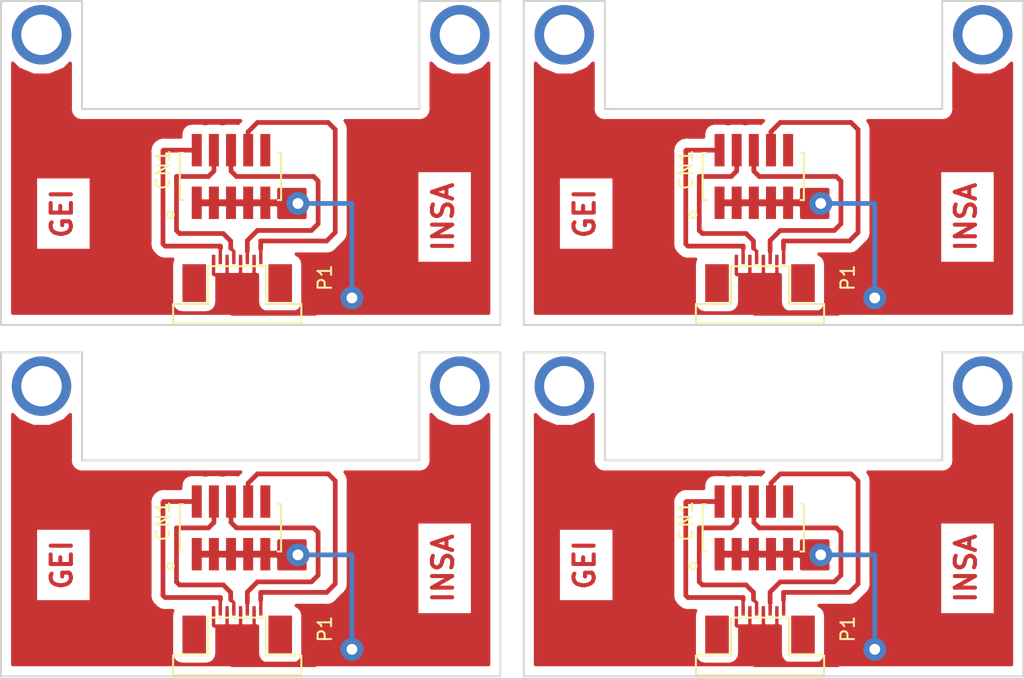
<source format=kicad_pcb>
(kicad_pcb (version 20171130) (host pcbnew 5.0.2-bee76a0~70~ubuntu18.04.1)

  (general
    (thickness 1.6)
    (drawings 40)
    (tracks 244)
    (zones 0)
    (modules 8)
    (nets 7)
  )

  (page A4)
  (layers
    (0 F.Cu signal)
    (31 B.Cu signal)
    (32 B.Adhes user)
    (33 F.Adhes user)
    (34 B.Paste user)
    (35 F.Paste user)
    (36 B.SilkS user)
    (37 F.SilkS user)
    (38 B.Mask user)
    (39 F.Mask user)
    (40 Dwgs.User user)
    (41 Cmts.User user)
    (42 Eco1.User user)
    (43 Eco2.User user)
    (44 Edge.Cuts user)
    (45 Margin user)
    (46 B.CrtYd user)
    (47 F.CrtYd user)
    (48 B.Fab user)
    (49 F.Fab user hide)
  )

  (setup
    (last_trace_width 0.25)
    (user_trace_width 0.25)
    (user_trace_width 0.3)
    (user_trace_width 0.35)
    (user_trace_width 0.4)
    (trace_clearance 0.2)
    (zone_clearance 0.67)
    (zone_45_only no)
    (trace_min 0.2)
    (segment_width 0.2)
    (edge_width 0.15)
    (via_size 0.8)
    (via_drill 0.4)
    (via_min_size 0.4)
    (via_min_drill 0.3)
    (user_via 1.6 0.8)
    (user_via 1.8 1)
    (uvia_size 0.3)
    (uvia_drill 0.1)
    (uvias_allowed no)
    (uvia_min_size 0.2)
    (uvia_min_drill 0.1)
    (pcb_text_width 0.3)
    (pcb_text_size 1.5 1.5)
    (mod_edge_width 0.15)
    (mod_text_size 1 1)
    (mod_text_width 0.15)
    (pad_size 1.524 1.524)
    (pad_drill 0.762)
    (pad_to_mask_clearance 0.051)
    (solder_mask_min_width 0.25)
    (aux_axis_origin 80 90)
    (grid_origin 80 90)
    (visible_elements FFFFFF7F)
    (pcbplotparams
      (layerselection 0x010fc_ffffffff)
      (usegerberextensions false)
      (usegerberattributes false)
      (usegerberadvancedattributes false)
      (creategerberjobfile false)
      (excludeedgelayer true)
      (linewidth 0.100000)
      (plotframeref false)
      (viasonmask false)
      (mode 1)
      (useauxorigin false)
      (hpglpennumber 1)
      (hpglpenspeed 20)
      (hpglpendiameter 15.000000)
      (psnegative false)
      (psa4output false)
      (plotreference true)
      (plotvalue true)
      (plotinvisibletext false)
      (padsonsilk false)
      (subtractmaskfromsilk false)
      (outputformat 1)
      (mirror false)
      (drillshape 1)
      (scaleselection 1)
      (outputdirectory ""))
  )

  (net 0 "")
  (net 1 GND)
  (net 2 VDD)
  (net 3 /CCD_SI)
  (net 4 /CCD_AD)
  (net 5 /CCD_CLK)
  (net 6 "Net-(CN1-Pad10)")

  (net_class Default "Ceci est la Netclass par défaut."
    (clearance 0.2)
    (trace_width 0.25)
    (via_dia 0.8)
    (via_drill 0.4)
    (uvia_dia 0.3)
    (uvia_drill 0.1)
    (add_net /CCD_AD)
    (add_net /CCD_CLK)
    (add_net /CCD_SI)
    (add_net GND)
    (add_net "Net-(CN1-Pad10)")
    (add_net VDD)
  )

  (module Insa:FTSH-10-1.27 (layer F.Cu) (tedit 5C6EB54F) (tstamp 5C73B9B3)
    (at 97 129.035 90)
    (path /5C62E020)
    (fp_text reference CN1 (at 0.5 -5 90) (layer F.SilkS)
      (effects (font (size 1 1) (thickness 0.15)))
    )
    (fp_text value FTR-105-03-G-D-P-TR (at 0.75 5.25 90) (layer F.Fab)
      (effects (font (size 1 1) (thickness 0.15)))
    )
    (fp_line (start -1.75 3.75) (end -1.75 3.5) (layer F.SilkS) (width 0.15))
    (fp_line (start 1.75 3.75) (end 1.75 3.5) (layer F.SilkS) (width 0.15))
    (fp_line (start 1.75 -3.75) (end 1.75 -3.5) (layer F.SilkS) (width 0.15))
    (fp_line (start -1.75 -3.75) (end -1.75 -3.5) (layer F.SilkS) (width 0.15))
    (fp_line (start -1.75 -3.75) (end 1.75 -3.75) (layer F.CrtYd) (width 0.15))
    (fp_line (start -1.75 3.75) (end -1.75 -3.75) (layer F.CrtYd) (width 0.15))
    (fp_line (start 1.75 3.75) (end -1.75 3.75) (layer F.CrtYd) (width 0.15))
    (fp_line (start 1.75 -3.75) (end 1.75 3.75) (layer F.CrtYd) (width 0.15))
    (fp_circle (center -2.834078 -4.457206) (end -2.580078 -4.457206) (layer F.SilkS) (width 0.15))
    (fp_line (start -1.75 -3.75) (end 1.75 -3.75) (layer F.SilkS) (width 0.15))
    (fp_line (start 1.75 3.75) (end -1.75 3.75) (layer F.SilkS) (width 0.15))
    (pad 10 smd rect (at 1.95 2.582794) (size 0.74 2.4) (layers F.Cu F.Paste F.Mask))
    (pad 8 smd rect (at 1.95 1.312794) (size 0.74 2.4) (layers F.Cu F.Paste F.Mask))
    (pad 6 smd rect (at 1.95 0.042794) (size 0.74 2.4) (layers F.Cu F.Paste F.Mask))
    (pad 4 smd rect (at 1.95 -1.227206) (size 0.74 2.4) (layers F.Cu F.Paste F.Mask))
    (pad 2 smd rect (at 1.95 -2.497206) (size 0.74 2.4) (layers F.Cu F.Paste F.Mask))
    (pad 1 smd rect (at -1.95 -2.497206) (size 0.74 2.4) (layers F.Cu F.Paste F.Mask))
    (pad 3 smd rect (at -1.95 -1.227206) (size 0.74 2.4) (layers F.Cu F.Paste F.Mask))
    (pad 9 smd rect (at -1.95 2.582794) (size 0.74 2.4) (layers F.Cu F.Paste F.Mask))
    (pad 7 smd rect (at -1.95 1.312794) (size 0.74 2.4) (layers F.Cu F.Paste F.Mask))
    (pad 5 smd rect (at -1.95 0.042794) (size 0.74 2.4) (layers F.Cu F.Paste F.Mask))
  )

  (module Insa:FTSH-10-1.27 (layer F.Cu) (tedit 5C6EB54F) (tstamp 5C73B981)
    (at 135.735 129.035 90)
    (path /5C62E020)
    (fp_text reference CN1 (at 0.5 -5 90) (layer F.SilkS)
      (effects (font (size 1 1) (thickness 0.15)))
    )
    (fp_text value FTR-105-03-G-D-P-TR (at 0.75 5.25 90) (layer F.Fab)
      (effects (font (size 1 1) (thickness 0.15)))
    )
    (fp_line (start 1.75 3.75) (end -1.75 3.75) (layer F.SilkS) (width 0.15))
    (fp_line (start -1.75 -3.75) (end 1.75 -3.75) (layer F.SilkS) (width 0.15))
    (fp_circle (center -2.834078 -4.457206) (end -2.580078 -4.457206) (layer F.SilkS) (width 0.15))
    (fp_line (start 1.75 -3.75) (end 1.75 3.75) (layer F.CrtYd) (width 0.15))
    (fp_line (start 1.75 3.75) (end -1.75 3.75) (layer F.CrtYd) (width 0.15))
    (fp_line (start -1.75 3.75) (end -1.75 -3.75) (layer F.CrtYd) (width 0.15))
    (fp_line (start -1.75 -3.75) (end 1.75 -3.75) (layer F.CrtYd) (width 0.15))
    (fp_line (start -1.75 -3.75) (end -1.75 -3.5) (layer F.SilkS) (width 0.15))
    (fp_line (start 1.75 -3.75) (end 1.75 -3.5) (layer F.SilkS) (width 0.15))
    (fp_line (start 1.75 3.75) (end 1.75 3.5) (layer F.SilkS) (width 0.15))
    (fp_line (start -1.75 3.75) (end -1.75 3.5) (layer F.SilkS) (width 0.15))
    (pad 5 smd rect (at -1.95 0.042794) (size 0.74 2.4) (layers F.Cu F.Paste F.Mask))
    (pad 7 smd rect (at -1.95 1.312794) (size 0.74 2.4) (layers F.Cu F.Paste F.Mask))
    (pad 9 smd rect (at -1.95 2.582794) (size 0.74 2.4) (layers F.Cu F.Paste F.Mask))
    (pad 3 smd rect (at -1.95 -1.227206) (size 0.74 2.4) (layers F.Cu F.Paste F.Mask))
    (pad 1 smd rect (at -1.95 -2.497206) (size 0.74 2.4) (layers F.Cu F.Paste F.Mask))
    (pad 2 smd rect (at 1.95 -2.497206) (size 0.74 2.4) (layers F.Cu F.Paste F.Mask))
    (pad 4 smd rect (at 1.95 -1.227206) (size 0.74 2.4) (layers F.Cu F.Paste F.Mask))
    (pad 6 smd rect (at 1.95 0.042794) (size 0.74 2.4) (layers F.Cu F.Paste F.Mask))
    (pad 8 smd rect (at 1.95 1.312794) (size 0.74 2.4) (layers F.Cu F.Paste F.Mask))
    (pad 10 smd rect (at 1.95 2.582794) (size 0.74 2.4) (layers F.Cu F.Paste F.Mask))
  )

  (module Insa:FFC-8-0.5 locked (layer F.Cu) (tedit 5C62D5CC) (tstamp 5C73B962)
    (at 136.235 135.535 180)
    (path /5C6BBF22)
    (fp_text reference P1 (at -6.5 -1 270) (layer F.SilkS)
      (effects (font (size 1 1) (thickness 0.15)))
    )
    (fp_text value TE-FFC-8-0.5 (at -0.05 -3.6 180) (layer F.Fab)
      (effects (font (size 1 1) (thickness 0.15)))
    )
    (fp_line (start -2.3 0) (end 2.3 0) (layer F.CrtYd) (width 0.15))
    (fp_line (start 2.3 0) (end 2.3 -2.8) (layer F.CrtYd) (width 0.15))
    (fp_line (start 2.3 -2.8) (end 4.75 -2.8) (layer F.CrtYd) (width 0.15))
    (fp_line (start 4.75 -2.8) (end 4.75 -4.4) (layer F.CrtYd) (width 0.15))
    (fp_line (start 4.75 -4.4) (end -4.75 -4.4) (layer F.CrtYd) (width 0.15))
    (fp_line (start -4.75 -4.4) (end -4.75 -2.8) (layer F.CrtYd) (width 0.15))
    (fp_line (start -4.75 -2.8) (end -2.3 -2.8) (layer F.CrtYd) (width 0.15))
    (fp_line (start -2.3 -2.8) (end -2.3 0) (layer F.CrtYd) (width 0.15))
    (fp_line (start -2.15 -0.15) (end 2.15 -0.15) (layer F.SilkS) (width 0.15))
    (fp_line (start 2.15 -0.15) (end 2.15 -2.95) (layer F.SilkS) (width 0.15))
    (fp_line (start 2.15 -2.95) (end 4.75 -2.95) (layer F.SilkS) (width 0.15))
    (fp_line (start 4.75 -2.95) (end 4.75 -4.4) (layer F.SilkS) (width 0.15))
    (fp_line (start 4.75 -4.4) (end -4.75 -4.4) (layer F.SilkS) (width 0.15))
    (fp_line (start -4.75 -4.4) (end -4.75 -2.95) (layer F.SilkS) (width 0.15))
    (fp_line (start -4.75 -2.95) (end -2.15 -2.95) (layer F.SilkS) (width 0.15))
    (fp_line (start -2.15 -2.95) (end -2.15 -0.15) (layer F.SilkS) (width 0.15))
    (pad 5 smd rect (at 0.25 0.35 180) (size 0.25 0.7) (layers F.Cu F.Paste F.Mask))
    (pad 6 smd rect (at 0.75 0.35 180) (size 0.25 0.7) (layers F.Cu F.Paste F.Mask))
    (pad 7 smd rect (at 1.25 0.35 180) (size 0.25 0.7) (layers F.Cu F.Paste F.Mask))
    (pad 8 smd rect (at 1.75 0.35 180) (size 0.25 0.7) (layers F.Cu F.Paste F.Mask))
    (pad 4 smd rect (at -0.25 0.35 180) (size 0.25 0.7) (layers F.Cu F.Paste F.Mask))
    (pad 3 smd rect (at -0.75 0.35 180) (size 0.25 0.7) (layers F.Cu F.Paste F.Mask))
    (pad 2 smd rect (at -1.25 0.35 180) (size 0.25 0.7) (layers F.Cu F.Paste F.Mask))
    (pad 1 smd rect (at -1.75 0.35 180) (size 0.25 0.7) (layers F.Cu F.Paste F.Mask))
    (pad 9 smd rect (at 3.185 -1.4 180) (size 1.75 2.8) (layers F.Cu F.Paste F.Mask))
    (pad 10 smd rect (at -3.185 -1.4 180) (size 1.75 2.8) (layers F.Cu F.Paste F.Mask))
  )

  (module Insa:FFC-8-0.5 locked (layer F.Cu) (tedit 5C62D5CC) (tstamp 5C73B940)
    (at 97.5 135.535 180)
    (path /5C6BBF22)
    (fp_text reference P1 (at -6.5 -1 270) (layer F.SilkS)
      (effects (font (size 1 1) (thickness 0.15)))
    )
    (fp_text value TE-FFC-8-0.5 (at -0.05 -3.6 180) (layer F.Fab)
      (effects (font (size 1 1) (thickness 0.15)))
    )
    (fp_line (start -2.15 -2.95) (end -2.15 -0.15) (layer F.SilkS) (width 0.15))
    (fp_line (start -4.75 -2.95) (end -2.15 -2.95) (layer F.SilkS) (width 0.15))
    (fp_line (start -4.75 -4.4) (end -4.75 -2.95) (layer F.SilkS) (width 0.15))
    (fp_line (start 4.75 -4.4) (end -4.75 -4.4) (layer F.SilkS) (width 0.15))
    (fp_line (start 4.75 -2.95) (end 4.75 -4.4) (layer F.SilkS) (width 0.15))
    (fp_line (start 2.15 -2.95) (end 4.75 -2.95) (layer F.SilkS) (width 0.15))
    (fp_line (start 2.15 -0.15) (end 2.15 -2.95) (layer F.SilkS) (width 0.15))
    (fp_line (start -2.15 -0.15) (end 2.15 -0.15) (layer F.SilkS) (width 0.15))
    (fp_line (start -2.3 -2.8) (end -2.3 0) (layer F.CrtYd) (width 0.15))
    (fp_line (start -4.75 -2.8) (end -2.3 -2.8) (layer F.CrtYd) (width 0.15))
    (fp_line (start -4.75 -4.4) (end -4.75 -2.8) (layer F.CrtYd) (width 0.15))
    (fp_line (start 4.75 -4.4) (end -4.75 -4.4) (layer F.CrtYd) (width 0.15))
    (fp_line (start 4.75 -2.8) (end 4.75 -4.4) (layer F.CrtYd) (width 0.15))
    (fp_line (start 2.3 -2.8) (end 4.75 -2.8) (layer F.CrtYd) (width 0.15))
    (fp_line (start 2.3 0) (end 2.3 -2.8) (layer F.CrtYd) (width 0.15))
    (fp_line (start -2.3 0) (end 2.3 0) (layer F.CrtYd) (width 0.15))
    (pad 10 smd rect (at -3.185 -1.4 180) (size 1.75 2.8) (layers F.Cu F.Paste F.Mask))
    (pad 9 smd rect (at 3.185 -1.4 180) (size 1.75 2.8) (layers F.Cu F.Paste F.Mask))
    (pad 1 smd rect (at -1.75 0.35 180) (size 0.25 0.7) (layers F.Cu F.Paste F.Mask))
    (pad 2 smd rect (at -1.25 0.35 180) (size 0.25 0.7) (layers F.Cu F.Paste F.Mask))
    (pad 3 smd rect (at -0.75 0.35 180) (size 0.25 0.7) (layers F.Cu F.Paste F.Mask))
    (pad 4 smd rect (at -0.25 0.35 180) (size 0.25 0.7) (layers F.Cu F.Paste F.Mask))
    (pad 8 smd rect (at 1.75 0.35 180) (size 0.25 0.7) (layers F.Cu F.Paste F.Mask))
    (pad 7 smd rect (at 1.25 0.35 180) (size 0.25 0.7) (layers F.Cu F.Paste F.Mask))
    (pad 6 smd rect (at 0.75 0.35 180) (size 0.25 0.7) (layers F.Cu F.Paste F.Mask))
    (pad 5 smd rect (at 0.25 0.35 180) (size 0.25 0.7) (layers F.Cu F.Paste F.Mask))
  )

  (module Insa:FTSH-10-1.27 (layer F.Cu) (tedit 5C6EB54F) (tstamp 5C73B847)
    (at 135.735 103 90)
    (path /5C62E020)
    (fp_text reference CN1 (at 0.5 -5 90) (layer F.SilkS)
      (effects (font (size 1 1) (thickness 0.15)))
    )
    (fp_text value FTR-105-03-G-D-P-TR (at 0.75 5.25 90) (layer F.Fab)
      (effects (font (size 1 1) (thickness 0.15)))
    )
    (fp_line (start -1.75 3.75) (end -1.75 3.5) (layer F.SilkS) (width 0.15))
    (fp_line (start 1.75 3.75) (end 1.75 3.5) (layer F.SilkS) (width 0.15))
    (fp_line (start 1.75 -3.75) (end 1.75 -3.5) (layer F.SilkS) (width 0.15))
    (fp_line (start -1.75 -3.75) (end -1.75 -3.5) (layer F.SilkS) (width 0.15))
    (fp_line (start -1.75 -3.75) (end 1.75 -3.75) (layer F.CrtYd) (width 0.15))
    (fp_line (start -1.75 3.75) (end -1.75 -3.75) (layer F.CrtYd) (width 0.15))
    (fp_line (start 1.75 3.75) (end -1.75 3.75) (layer F.CrtYd) (width 0.15))
    (fp_line (start 1.75 -3.75) (end 1.75 3.75) (layer F.CrtYd) (width 0.15))
    (fp_circle (center -2.834078 -4.457206) (end -2.580078 -4.457206) (layer F.SilkS) (width 0.15))
    (fp_line (start -1.75 -3.75) (end 1.75 -3.75) (layer F.SilkS) (width 0.15))
    (fp_line (start 1.75 3.75) (end -1.75 3.75) (layer F.SilkS) (width 0.15))
    (pad 10 smd rect (at 1.95 2.582794) (size 0.74 2.4) (layers F.Cu F.Paste F.Mask))
    (pad 8 smd rect (at 1.95 1.312794) (size 0.74 2.4) (layers F.Cu F.Paste F.Mask))
    (pad 6 smd rect (at 1.95 0.042794) (size 0.74 2.4) (layers F.Cu F.Paste F.Mask))
    (pad 4 smd rect (at 1.95 -1.227206) (size 0.74 2.4) (layers F.Cu F.Paste F.Mask))
    (pad 2 smd rect (at 1.95 -2.497206) (size 0.74 2.4) (layers F.Cu F.Paste F.Mask))
    (pad 1 smd rect (at -1.95 -2.497206) (size 0.74 2.4) (layers F.Cu F.Paste F.Mask))
    (pad 3 smd rect (at -1.95 -1.227206) (size 0.74 2.4) (layers F.Cu F.Paste F.Mask))
    (pad 9 smd rect (at -1.95 2.582794) (size 0.74 2.4) (layers F.Cu F.Paste F.Mask))
    (pad 7 smd rect (at -1.95 1.312794) (size 0.74 2.4) (layers F.Cu F.Paste F.Mask))
    (pad 5 smd rect (at -1.95 0.042794) (size 0.74 2.4) (layers F.Cu F.Paste F.Mask))
  )

  (module Insa:FFC-8-0.5 locked (layer F.Cu) (tedit 5C62D5CC) (tstamp 5C73B822)
    (at 136.235 109.5 180)
    (path /5C6BBF22)
    (fp_text reference P1 (at -6.5 -1 270) (layer F.SilkS)
      (effects (font (size 1 1) (thickness 0.15)))
    )
    (fp_text value TE-FFC-8-0.5 (at -0.05 -3.6 180) (layer F.Fab)
      (effects (font (size 1 1) (thickness 0.15)))
    )
    (fp_line (start -2.15 -2.95) (end -2.15 -0.15) (layer F.SilkS) (width 0.15))
    (fp_line (start -4.75 -2.95) (end -2.15 -2.95) (layer F.SilkS) (width 0.15))
    (fp_line (start -4.75 -4.4) (end -4.75 -2.95) (layer F.SilkS) (width 0.15))
    (fp_line (start 4.75 -4.4) (end -4.75 -4.4) (layer F.SilkS) (width 0.15))
    (fp_line (start 4.75 -2.95) (end 4.75 -4.4) (layer F.SilkS) (width 0.15))
    (fp_line (start 2.15 -2.95) (end 4.75 -2.95) (layer F.SilkS) (width 0.15))
    (fp_line (start 2.15 -0.15) (end 2.15 -2.95) (layer F.SilkS) (width 0.15))
    (fp_line (start -2.15 -0.15) (end 2.15 -0.15) (layer F.SilkS) (width 0.15))
    (fp_line (start -2.3 -2.8) (end -2.3 0) (layer F.CrtYd) (width 0.15))
    (fp_line (start -4.75 -2.8) (end -2.3 -2.8) (layer F.CrtYd) (width 0.15))
    (fp_line (start -4.75 -4.4) (end -4.75 -2.8) (layer F.CrtYd) (width 0.15))
    (fp_line (start 4.75 -4.4) (end -4.75 -4.4) (layer F.CrtYd) (width 0.15))
    (fp_line (start 4.75 -2.8) (end 4.75 -4.4) (layer F.CrtYd) (width 0.15))
    (fp_line (start 2.3 -2.8) (end 4.75 -2.8) (layer F.CrtYd) (width 0.15))
    (fp_line (start 2.3 0) (end 2.3 -2.8) (layer F.CrtYd) (width 0.15))
    (fp_line (start -2.3 0) (end 2.3 0) (layer F.CrtYd) (width 0.15))
    (pad 10 smd rect (at -3.185 -1.4 180) (size 1.75 2.8) (layers F.Cu F.Paste F.Mask))
    (pad 9 smd rect (at 3.185 -1.4 180) (size 1.75 2.8) (layers F.Cu F.Paste F.Mask))
    (pad 1 smd rect (at -1.75 0.35 180) (size 0.25 0.7) (layers F.Cu F.Paste F.Mask))
    (pad 2 smd rect (at -1.25 0.35 180) (size 0.25 0.7) (layers F.Cu F.Paste F.Mask))
    (pad 3 smd rect (at -0.75 0.35 180) (size 0.25 0.7) (layers F.Cu F.Paste F.Mask))
    (pad 4 smd rect (at -0.25 0.35 180) (size 0.25 0.7) (layers F.Cu F.Paste F.Mask))
    (pad 8 smd rect (at 1.75 0.35 180) (size 0.25 0.7) (layers F.Cu F.Paste F.Mask))
    (pad 7 smd rect (at 1.25 0.35 180) (size 0.25 0.7) (layers F.Cu F.Paste F.Mask))
    (pad 6 smd rect (at 0.75 0.35 180) (size 0.25 0.7) (layers F.Cu F.Paste F.Mask))
    (pad 5 smd rect (at 0.25 0.35 180) (size 0.25 0.7) (layers F.Cu F.Paste F.Mask))
  )

  (module Insa:FFC-8-0.5 locked (layer F.Cu) (tedit 5C62D5CC) (tstamp 5C87F1F5)
    (at 97.5 109.5 180)
    (path /5C6BBF22)
    (fp_text reference P1 (at -6.5 -1 270) (layer F.SilkS)
      (effects (font (size 1 1) (thickness 0.15)))
    )
    (fp_text value TE-FFC-8-0.5 (at -0.05 -3.6 180) (layer F.Fab)
      (effects (font (size 1 1) (thickness 0.15)))
    )
    (fp_line (start -2.3 0) (end 2.3 0) (layer F.CrtYd) (width 0.15))
    (fp_line (start 2.3 0) (end 2.3 -2.8) (layer F.CrtYd) (width 0.15))
    (fp_line (start 2.3 -2.8) (end 4.75 -2.8) (layer F.CrtYd) (width 0.15))
    (fp_line (start 4.75 -2.8) (end 4.75 -4.4) (layer F.CrtYd) (width 0.15))
    (fp_line (start 4.75 -4.4) (end -4.75 -4.4) (layer F.CrtYd) (width 0.15))
    (fp_line (start -4.75 -4.4) (end -4.75 -2.8) (layer F.CrtYd) (width 0.15))
    (fp_line (start -4.75 -2.8) (end -2.3 -2.8) (layer F.CrtYd) (width 0.15))
    (fp_line (start -2.3 -2.8) (end -2.3 0) (layer F.CrtYd) (width 0.15))
    (fp_line (start -2.15 -0.15) (end 2.15 -0.15) (layer F.SilkS) (width 0.15))
    (fp_line (start 2.15 -0.15) (end 2.15 -2.95) (layer F.SilkS) (width 0.15))
    (fp_line (start 2.15 -2.95) (end 4.75 -2.95) (layer F.SilkS) (width 0.15))
    (fp_line (start 4.75 -2.95) (end 4.75 -4.4) (layer F.SilkS) (width 0.15))
    (fp_line (start 4.75 -4.4) (end -4.75 -4.4) (layer F.SilkS) (width 0.15))
    (fp_line (start -4.75 -4.4) (end -4.75 -2.95) (layer F.SilkS) (width 0.15))
    (fp_line (start -4.75 -2.95) (end -2.15 -2.95) (layer F.SilkS) (width 0.15))
    (fp_line (start -2.15 -2.95) (end -2.15 -0.15) (layer F.SilkS) (width 0.15))
    (pad 5 smd rect (at 0.25 0.35 180) (size 0.25 0.7) (layers F.Cu F.Paste F.Mask)
      (net 3 /CCD_SI))
    (pad 6 smd rect (at 0.75 0.35 180) (size 0.25 0.7) (layers F.Cu F.Paste F.Mask)
      (net 1 GND))
    (pad 7 smd rect (at 1.25 0.35 180) (size 0.25 0.7) (layers F.Cu F.Paste F.Mask)
      (net 4 /CCD_AD))
    (pad 8 smd rect (at 1.75 0.35 180) (size 0.25 0.7) (layers F.Cu F.Paste F.Mask)
      (net 1 GND))
    (pad 4 smd rect (at -0.25 0.35 180) (size 0.25 0.7) (layers F.Cu F.Paste F.Mask)
      (net 1 GND))
    (pad 3 smd rect (at -0.75 0.35 180) (size 0.25 0.7) (layers F.Cu F.Paste F.Mask)
      (net 5 /CCD_CLK))
    (pad 2 smd rect (at -1.25 0.35 180) (size 0.25 0.7) (layers F.Cu F.Paste F.Mask)
      (net 1 GND))
    (pad 1 smd rect (at -1.75 0.35 180) (size 0.25 0.7) (layers F.Cu F.Paste F.Mask)
      (net 2 VDD))
    (pad 9 smd rect (at 3.185 -1.4 180) (size 1.75 2.8) (layers F.Cu F.Paste F.Mask))
    (pad 10 smd rect (at -3.185 -1.4 180) (size 1.75 2.8) (layers F.Cu F.Paste F.Mask))
  )

  (module Insa:FTSH-10-1.27 (layer F.Cu) (tedit 5C6EB54F) (tstamp 5C6EBD6B)
    (at 97 103 90)
    (path /5C62E020)
    (fp_text reference CN1 (at 0.5 -5 90) (layer F.SilkS)
      (effects (font (size 1 1) (thickness 0.15)))
    )
    (fp_text value FTR-105-03-G-D-P-TR (at 0.75 5.25 90) (layer F.Fab)
      (effects (font (size 1 1) (thickness 0.15)))
    )
    (fp_line (start 1.75 3.75) (end -1.75 3.75) (layer F.SilkS) (width 0.15))
    (fp_line (start -1.75 -3.75) (end 1.75 -3.75) (layer F.SilkS) (width 0.15))
    (fp_circle (center -2.834078 -4.457206) (end -2.580078 -4.457206) (layer F.SilkS) (width 0.15))
    (fp_line (start 1.75 -3.75) (end 1.75 3.75) (layer F.CrtYd) (width 0.15))
    (fp_line (start 1.75 3.75) (end -1.75 3.75) (layer F.CrtYd) (width 0.15))
    (fp_line (start -1.75 3.75) (end -1.75 -3.75) (layer F.CrtYd) (width 0.15))
    (fp_line (start -1.75 -3.75) (end 1.75 -3.75) (layer F.CrtYd) (width 0.15))
    (fp_line (start -1.75 -3.75) (end -1.75 -3.5) (layer F.SilkS) (width 0.15))
    (fp_line (start 1.75 -3.75) (end 1.75 -3.5) (layer F.SilkS) (width 0.15))
    (fp_line (start 1.75 3.75) (end 1.75 3.5) (layer F.SilkS) (width 0.15))
    (fp_line (start -1.75 3.75) (end -1.75 3.5) (layer F.SilkS) (width 0.15))
    (pad 5 smd rect (at -1.95 0.042794) (size 0.74 2.4) (layers F.Cu F.Paste F.Mask)
      (net 1 GND))
    (pad 7 smd rect (at -1.95 1.312794) (size 0.74 2.4) (layers F.Cu F.Paste F.Mask)
      (net 1 GND))
    (pad 9 smd rect (at -1.95 2.582794) (size 0.74 2.4) (layers F.Cu F.Paste F.Mask)
      (net 1 GND))
    (pad 3 smd rect (at -1.95 -1.227206) (size 0.74 2.4) (layers F.Cu F.Paste F.Mask)
      (net 1 GND))
    (pad 1 smd rect (at -1.95 -2.497206) (size 0.74 2.4) (layers F.Cu F.Paste F.Mask)
      (net 1 GND))
    (pad 2 smd rect (at 1.95 -2.497206) (size 0.74 2.4) (layers F.Cu F.Paste F.Mask)
      (net 4 /CCD_AD))
    (pad 4 smd rect (at 1.95 -1.227206) (size 0.74 2.4) (layers F.Cu F.Paste F.Mask)
      (net 3 /CCD_SI))
    (pad 6 smd rect (at 1.95 0.042794) (size 0.74 2.4) (layers F.Cu F.Paste F.Mask)
      (net 5 /CCD_CLK))
    (pad 8 smd rect (at 1.95 1.312794) (size 0.74 2.4) (layers F.Cu F.Paste F.Mask)
      (net 2 VDD))
    (pad 10 smd rect (at 1.95 2.582794) (size 0.74 2.4) (layers F.Cu F.Paste F.Mask)
      (net 6 "Net-(CN1-Pad10)"))
  )

  (gr_line (start 118.735 140.035) (end 118.735 116.035) (layer Edge.Cuts) (width 0.15) (tstamp 5C73B9E1))
  (gr_line (start 118.735 116.035) (end 124.735 116.035) (layer Edge.Cuts) (width 0.15) (tstamp 5C73B9E0))
  (gr_line (start 86 124.035) (end 111 124.035) (layer Edge.Cuts) (width 0.15) (tstamp 5C73B9D7))
  (gr_line (start 111 124.035) (end 111 116.035) (layer Edge.Cuts) (width 0.15) (tstamp 5C73B9D0))
  (gr_line (start 155.735 140.035) (end 118.735 140.035) (layer Edge.Cuts) (width 0.15) (tstamp 5C73B9AC))
  (gr_line (start 124.735 116.035) (end 124.735 124.035) (layer Edge.Cuts) (width 0.15) (tstamp 5C73B9AB))
  (gr_line (start 149.735 124.035) (end 149.735 116.035) (layer Edge.Cuts) (width 0.15) (tstamp 5C73B9AA))
  (gr_line (start 149.735 116.035) (end 155.735 116.035) (layer Edge.Cuts) (width 0.15) (tstamp 5C73B9A8))
  (gr_line (start 155.735 116.035) (end 155.735 140.035) (layer Edge.Cuts) (width 0.15) (tstamp 5C73B9A7))
  (gr_text GEI (at 84.5 131.785 90) (layer F.Cu) (tstamp 5C73B9A3)
    (effects (font (size 1.5 1.5) (thickness 0.3)))
  )
  (gr_text GEI (at 123.235 131.785 90) (layer F.Cu) (tstamp 5C73B99F)
    (effects (font (size 1.5 1.5) (thickness 0.3)))
  )
  (gr_line (start 124.735 124.035) (end 149.735 124.035) (layer Edge.Cuts) (width 0.15) (tstamp 5C73B99A))
  (gr_text INSA (at 151.485 132.035 90) (layer F.Cu) (tstamp 5C73B999)
    (effects (font (size 1.5 1.5) (thickness 0.3)))
  )
  (gr_line (start 111 116.035) (end 117 116.035) (layer Edge.Cuts) (width 0.15) (tstamp 5C73B932))
  (gr_line (start 117 140.035) (end 80 140.035) (layer Edge.Cuts) (width 0.15) (tstamp 5C73B926))
  (gr_line (start 80 116.035) (end 86 116.035) (layer Edge.Cuts) (width 0.15) (tstamp 5C73B910))
  (gr_line (start 86 116.035) (end 86 124.035) (layer Edge.Cuts) (width 0.15) (tstamp 5C73B903))
  (gr_line (start 117 116.035) (end 117 140.035) (layer Edge.Cuts) (width 0.15) (tstamp 5C73B900))
  (gr_text INSA (at 112.75 132.035 90) (layer F.Cu) (tstamp 5C73B8FC)
    (effects (font (size 1.5 1.5) (thickness 0.3)))
  )
  (gr_line (start 80 140.035) (end 80 116.035) (layer Edge.Cuts) (width 0.15) (tstamp 5C73B8EA))
  (gr_line (start 124.735 98) (end 149.735 98) (layer Edge.Cuts) (width 0.15) (tstamp 5C73B863))
  (gr_line (start 149.735 98) (end 149.735 90) (layer Edge.Cuts) (width 0.15) (tstamp 5C73B861))
  (gr_text GEI (at 123.235 105.75 90) (layer F.Cu) (tstamp 5C73B841)
    (effects (font (size 1.5 1.5) (thickness 0.3)))
  )
  (gr_line (start 149.735 90) (end 155.735 90) (layer Edge.Cuts) (width 0.15) (tstamp 5C73B816))
  (gr_line (start 155.735 114) (end 118.735 114) (layer Edge.Cuts) (width 0.15) (tstamp 5C73B80F))
  (gr_line (start 118.735 90) (end 124.735 90) (layer Edge.Cuts) (width 0.15) (tstamp 5C73B802))
  (gr_line (start 124.735 90) (end 124.735 98) (layer Edge.Cuts) (width 0.15) (tstamp 5C73B7F8))
  (gr_line (start 155.735 90) (end 155.735 114) (layer Edge.Cuts) (width 0.15) (tstamp 5C73B7F6))
  (gr_text INSA (at 151.485 106 90) (layer F.Cu) (tstamp 5C73B7F3)
    (effects (font (size 1.5 1.5) (thickness 0.3)))
  )
  (gr_line (start 118.735 114) (end 118.735 90) (layer Edge.Cuts) (width 0.15) (tstamp 5C73B7E9))
  (gr_text GEI (at 84.5 105.75 90) (layer F.Cu)
    (effects (font (size 1.5 1.5) (thickness 0.3)))
  )
  (gr_text INSA (at 112.75 106 90) (layer F.Cu)
    (effects (font (size 1.5 1.5) (thickness 0.3)))
  )
  (gr_line (start 111 90) (end 117 90) (layer Edge.Cuts) (width 0.15))
  (gr_line (start 80 90) (end 86 90) (layer Edge.Cuts) (width 0.15))
  (gr_line (start 111 98) (end 111 90) (layer Edge.Cuts) (width 0.15))
  (gr_line (start 86 98) (end 111 98) (layer Edge.Cuts) (width 0.15))
  (gr_line (start 86 90) (end 86 98) (layer Edge.Cuts) (width 0.15))
  (gr_line (start 80 114) (end 80 90) (layer Edge.Cuts) (width 0.15))
  (gr_line (start 117 114) (end 80 114) (layer Edge.Cuts) (width 0.15))
  (gr_line (start 117 90) (end 117 114) (layer Edge.Cuts) (width 0.15))

  (via (at 114 92.5) (size 4.4) (drill 3) (layers F.Cu B.Cu) (net 0))
  (via (at 83 92.5) (size 4.4) (drill 3) (layers F.Cu B.Cu) (net 0))
  (via (at 152.735 92.5) (size 4.4) (drill 3) (layers F.Cu B.Cu) (net 0) (tstamp 5C73B809))
  (via (at 121.735 92.5) (size 4.4) (drill 3) (layers F.Cu B.Cu) (net 0) (tstamp 5C73B81F))
  (segment (start 140.735 105) (end 144.735 105) (width 0.35) (layer B.Cu) (net 0) (tstamp 5C73B7F1))
  (segment (start 135.485 110.26) (end 135.499 110.274) (width 0.25) (layer F.Cu) (net 0) (tstamp 5C73B7F4))
  (segment (start 134.485 109.15) (end 134.485 110.23) (width 0.25) (layer F.Cu) (net 0) (tstamp 5C73B7FE))
  (segment (start 135.88 113.114) (end 135.88 110.401) (width 0.4) (layer F.Cu) (net 0) (tstamp 5C73B801))
  (segment (start 134.485 110.23) (end 134.529 110.274) (width 0.25) (layer F.Cu) (net 0) (tstamp 5C73B805))
  (segment (start 136.485 110.244) (end 136.515 110.274) (width 0.25) (layer F.Cu) (net 0) (tstamp 5C73B80C))
  (segment (start 142.735 112.355) (end 141.976 113.114) (width 0.4) (layer F.Cu) (net 0) (tstamp 5C73B80E))
  (segment (start 143.09 112) (end 144.735 112) (width 0.35) (layer F.Cu) (net 0) (tstamp 5C73B812))
  (segment (start 144.735 105) (end 144.735 112) (width 0.35) (layer B.Cu) (net 0) (tstamp 5C73B813))
  (segment (start 141.976 113.114) (end 135.88 113.114) (width 0.4) (layer F.Cu) (net 0) (tstamp 5C73B814))
  (segment (start 140.685 104.95) (end 140.735 105) (width 0.35) (layer F.Cu) (net 0) (tstamp 5C73B81A))
  (segment (start 135.485 109.15) (end 135.485 110.26) (width 0.25) (layer F.Cu) (net 0) (tstamp 5C73B81B))
  (via (at 144.735 112) (size 1.7) (drill 0.8) (layers F.Cu B.Cu) (net 0) (tstamp 5C73B81D))
  (segment (start 142.735 112.355) (end 143.09 112) (width 0.35) (layer F.Cu) (net 0) (tstamp 5C73B81E))
  (segment (start 136.485 109.15) (end 136.485 110.244) (width 0.25) (layer F.Cu) (net 0) (tstamp 5C73B820))
  (segment (start 136.007 110.274) (end 134.529 110.274) (width 0.25) (layer F.Cu) (net 0) (tstamp 5C73B843))
  (segment (start 138.317794 104.95) (end 140.685 104.95) (width 0.35) (layer F.Cu) (net 0) (tstamp 5C73B844))
  (segment (start 137.485 109.15) (end 137.485 110.274) (width 0.25) (layer F.Cu) (net 0) (tstamp 5C73B846))
  (segment (start 133.237794 104.95) (end 138.317794 104.95) (width 0.35) (layer F.Cu) (net 0) (tstamp 5C73B85F))
  (via (at 140.735 105) (size 1.7) (drill 0.8) (layers F.Cu B.Cu) (net 0) (tstamp 5C73B860))
  (segment (start 137.485 110.274) (end 136.007 110.274) (width 0.25) (layer F.Cu) (net 0) (tstamp 5C73B862))
  (segment (start 143.5 107.145) (end 143.5 99.525) (width 0.35) (layer F.Cu) (net 0) (tstamp 5C73B7EC))
  (segment (start 137.047794 99.687206) (end 137.735 99) (width 0.35) (layer F.Cu) (net 0) (tstamp 5C73B7FA))
  (segment (start 137.975 107.78) (end 142.865 107.78) (width 0.35) (layer F.Cu) (net 0) (tstamp 5C73B800))
  (segment (start 142.865 107.78) (end 143.5 107.145) (width 0.35) (layer F.Cu) (net 0) (tstamp 5C73B803))
  (segment (start 137.735 99) (end 142.975 99) (width 0.35) (layer F.Cu) (net 0) (tstamp 5C73B807))
  (segment (start 137.975 108.351) (end 137.975 107.78) (width 0.35) (layer F.Cu) (net 0) (tstamp 5C73B810))
  (segment (start 142.975 99) (end 143.5 99.525) (width 0.35) (layer F.Cu) (net 0) (tstamp 5C73B811))
  (segment (start 137.985 108.361) (end 137.985 109.15) (width 0.25) (layer F.Cu) (net 0) (tstamp 5C73B81C))
  (segment (start 137.975 108.351) (end 137.985 108.361) (width 0.25) (layer F.Cu) (net 0) (tstamp 5C73B842))
  (segment (start 137.047794 101.05) (end 137.047794 99.687206) (width 0.35) (layer F.Cu) (net 0) (tstamp 5C73B845))
  (segment (start 134.107794 103) (end 131.735 103) (width 0.35) (layer F.Cu) (net 0) (tstamp 5C73B7E8))
  (segment (start 131.735 107) (end 131.962 107.227) (width 0.35) (layer F.Cu) (net 0) (tstamp 5C73B7EA))
  (segment (start 131.962 107.227) (end 135.2 107.227) (width 0.35) (layer F.Cu) (net 0) (tstamp 5C73B7EE))
  (segment (start 134.507794 101.05) (end 134.507794 102.6) (width 0.35) (layer F.Cu) (net 0) (tstamp 5C73B7F2))
  (segment (start 135.753 107.78) (end 135.753 108.318) (width 0.35) (layer F.Cu) (net 0) (tstamp 5C73B7FF))
  (segment (start 134.507794 102.6) (end 134.107794 103) (width 0.35) (layer F.Cu) (net 0) (tstamp 5C73B80B))
  (segment (start 135.985 109.15) (end 135.985 108.55) (width 0.25) (layer F.Cu) (net 0) (tstamp 5C73B815))
  (segment (start 135.2 107.227) (end 135.753 107.78) (width 0.35) (layer F.Cu) (net 0) (tstamp 5C73B818))
  (segment (start 135.985 108.55) (end 135.753 108.318) (width 0.25) (layer F.Cu) (net 0) (tstamp 5C73B819))
  (segment (start 131.735 103) (end 131.735 107) (width 0.35) (layer F.Cu) (net 0) (tstamp 5C73B83F))
  (segment (start 130.735 108) (end 130.735 101.1) (width 0.35) (layer F.Cu) (net 0) (tstamp 5C73B7F7))
  (segment (start 130.785 101.05) (end 133.237794 101.05) (width 0.35) (layer F.Cu) (net 0) (tstamp 5C73B7F9))
  (segment (start 134.991 108.161) (end 130.896 108.161) (width 0.35) (layer F.Cu) (net 0) (tstamp 5C73B7FD))
  (segment (start 130.896 108.161) (end 130.735 108) (width 0.35) (layer F.Cu) (net 0) (tstamp 5C73B804))
  (segment (start 134.991 108.30501) (end 134.991 108.161) (width 0.35) (layer F.Cu) (net 0) (tstamp 5C73B806))
  (segment (start 134.985 108.31101) (end 134.991 108.30501) (width 0.35) (layer F.Cu) (net 0) (tstamp 5C73B80D))
  (segment (start 134.985 109.15) (end 134.985 108.31101) (width 0.25) (layer F.Cu) (net 0) (tstamp 5C73B817))
  (segment (start 130.735 101.1) (end 130.785 101.05) (width 0.35) (layer F.Cu) (net 0) (tstamp 5C73B840))
  (segment (start 141.895 103) (end 136.177794 103) (width 0.35) (layer F.Cu) (net 0) (tstamp 5C73B7EB))
  (segment (start 137.735 107) (end 141.74 107) (width 0.35) (layer F.Cu) (net 0) (tstamp 5C73B7ED))
  (segment (start 141.74 107) (end 142.23 106.51) (width 0.35) (layer F.Cu) (net 0) (tstamp 5C73B7EF))
  (segment (start 136.985 108.55) (end 136.985 107.75) (width 0.35) (layer F.Cu) (net 0) (tstamp 5C73B7F0))
  (segment (start 136.177794 103) (end 135.777794 102.6) (width 0.35) (layer F.Cu) (net 0) (tstamp 5C73B7F5))
  (segment (start 135.777794 102.6) (end 135.777794 101.05) (width 0.35) (layer F.Cu) (net 0) (tstamp 5C73B7FB))
  (segment (start 136.985 109.15) (end 136.985 108.55) (width 0.25) (layer F.Cu) (net 0) (tstamp 5C73B7FC))
  (segment (start 136.985 107.75) (end 137.735 107) (width 0.35) (layer F.Cu) (net 0) (tstamp 5C73B808))
  (segment (start 142.23 103.335) (end 141.895 103) (width 0.35) (layer F.Cu) (net 0) (tstamp 5C73B80A))
  (segment (start 142.23 106.51) (end 142.23 103.335) (width 0.35) (layer F.Cu) (net 0) (tstamp 5C73B821))
  (segment (start 134.507794 127.085) (end 134.507794 128.635) (width 0.35) (layer F.Cu) (net 0) (tstamp 5C73B8EC))
  (segment (start 136.985 134.585) (end 136.985 133.785) (width 0.35) (layer F.Cu) (net 0) (tstamp 5C73B8EE))
  (segment (start 137.485 136.309) (end 136.007 136.309) (width 0.25) (layer F.Cu) (net 0) (tstamp 5C73B8EF))
  (segment (start 140.735 131.035) (end 144.735 131.035) (width 0.35) (layer B.Cu) (net 0) (tstamp 5C73B8F0))
  (segment (start 137.047794 127.085) (end 137.047794 125.722206) (width 0.35) (layer F.Cu) (net 0) (tstamp 5C73B8F1))
  (segment (start 135.88 139.149) (end 135.88 136.436) (width 0.4) (layer F.Cu) (net 0) (tstamp 5C73B8F3))
  (segment (start 134.107794 129.035) (end 131.735 129.035) (width 0.35) (layer F.Cu) (net 0) (tstamp 5C73B8F8))
  (segment (start 137.975 134.386) (end 137.975 133.815) (width 0.35) (layer F.Cu) (net 0) (tstamp 5C73B8FB))
  (segment (start 134.507794 128.635) (end 134.107794 129.035) (width 0.35) (layer F.Cu) (net 0) (tstamp 5C73B8FD))
  (segment (start 137.975 133.815) (end 142.865 133.815) (width 0.35) (layer F.Cu) (net 0) (tstamp 5C73B902))
  (segment (start 136.985 135.185) (end 136.985 134.585) (width 0.25) (layer F.Cu) (net 0) (tstamp 5C73B906))
  (segment (start 137.485 135.185) (end 137.485 136.309) (width 0.25) (layer F.Cu) (net 0) (tstamp 5C73B908))
  (segment (start 135.485 136.295) (end 135.499 136.309) (width 0.25) (layer F.Cu) (net 0) (tstamp 5C73B90B))
  (segment (start 130.735 134.035) (end 130.735 127.135) (width 0.35) (layer F.Cu) (net 0) (tstamp 5C73B914))
  (segment (start 140.685 130.985) (end 140.735 131.035) (width 0.35) (layer F.Cu) (net 0) (tstamp 5C73B915))
  (segment (start 135.985 134.585) (end 135.753 134.353) (width 0.25) (layer F.Cu) (net 0) (tstamp 5C73B916))
  (segment (start 134.485 135.185) (end 134.485 136.265) (width 0.25) (layer F.Cu) (net 0) (tstamp 5C73B918))
  (segment (start 136.485 136.279) (end 136.515 136.309) (width 0.25) (layer F.Cu) (net 0) (tstamp 5C73B919))
  (segment (start 142.23 129.37) (end 141.895 129.035) (width 0.35) (layer F.Cu) (net 0) (tstamp 5C73B91B))
  (via (at 114 118.535) (size 4.4) (drill 3) (layers F.Cu B.Cu) (net 0) (tstamp 5C73B91D))
  (segment (start 131.962 133.262) (end 135.2 133.262) (width 0.35) (layer F.Cu) (net 0) (tstamp 5C73B920))
  (segment (start 135.777794 128.635) (end 135.777794 127.085) (width 0.35) (layer F.Cu) (net 0) (tstamp 5C73B921))
  (segment (start 137.047794 125.722206) (end 137.735 125.035) (width 0.35) (layer F.Cu) (net 0) (tstamp 5C73B928))
  (segment (start 141.74 133.035) (end 142.23 132.545) (width 0.35) (layer F.Cu) (net 0) (tstamp 5C73B92D))
  (segment (start 141.895 129.035) (end 136.177794 129.035) (width 0.35) (layer F.Cu) (net 0) (tstamp 5C73B92E))
  (segment (start 130.896 134.196) (end 130.735 134.035) (width 0.35) (layer F.Cu) (net 0) (tstamp 5C73B930))
  (segment (start 134.985 134.34601) (end 134.991 134.34001) (width 0.35) (layer F.Cu) (net 0) (tstamp 5C73B931))
  (segment (start 142.865 133.815) (end 143.5 133.18) (width 0.35) (layer F.Cu) (net 0) (tstamp 5C73B93A))
  (via (at 83 118.535) (size 4.4) (drill 3) (layers F.Cu B.Cu) (net 0) (tstamp 5C73B93C))
  (segment (start 141.976 139.149) (end 135.88 139.149) (width 0.4) (layer F.Cu) (net 0) (tstamp 5C73B93E))
  (segment (start 136.985 133.785) (end 137.735 133.035) (width 0.35) (layer F.Cu) (net 0) (tstamp 5C73B95E))
  (via (at 144.735 138.035) (size 1.7) (drill 0.8) (layers F.Cu B.Cu) (net 0) (tstamp 5C73B95F))
  (segment (start 137.735 133.035) (end 141.74 133.035) (width 0.35) (layer F.Cu) (net 0) (tstamp 5C73B960))
  (segment (start 135.985 135.185) (end 135.985 134.585) (width 0.25) (layer F.Cu) (net 0) (tstamp 5C73B961))
  (segment (start 142.735 138.39) (end 141.976 139.149) (width 0.4) (layer F.Cu) (net 0) (tstamp 5C73B97F))
  (segment (start 133.237794 130.985) (end 138.317794 130.985) (width 0.35) (layer F.Cu) (net 0) (tstamp 5C73B980))
  (segment (start 143.5 133.18) (end 143.5 125.56) (width 0.35) (layer F.Cu) (net 0) (tstamp 5C73B99C))
  (via (at 140.735 131.035) (size 1.7) (drill 0.8) (layers F.Cu B.Cu) (net 0) (tstamp 5C73B99D))
  (segment (start 134.991 134.196) (end 130.896 134.196) (width 0.35) (layer F.Cu) (net 0) (tstamp 5C73B99E))
  (via (at 152.735 118.535) (size 4.4) (drill 3) (layers F.Cu B.Cu) (net 0) (tstamp 5C73B9A0))
  (segment (start 144.735 131.035) (end 144.735 138.035) (width 0.35) (layer B.Cu) (net 0) (tstamp 5C73B9A1))
  (segment (start 134.485 136.265) (end 134.529 136.309) (width 0.25) (layer F.Cu) (net 0) (tstamp 5C73B9A2))
  (segment (start 142.975 125.035) (end 143.5 125.56) (width 0.35) (layer F.Cu) (net 0) (tstamp 5C73B9A4))
  (segment (start 135.2 133.262) (end 135.753 133.815) (width 0.35) (layer F.Cu) (net 0) (tstamp 5C73B9A5))
  (segment (start 130.785 127.085) (end 133.237794 127.085) (width 0.35) (layer F.Cu) (net 0) (tstamp 5C73B9AF))
  (segment (start 135.753 133.815) (end 135.753 134.353) (width 0.35) (layer F.Cu) (net 0) (tstamp 5C73B9B0))
  (segment (start 136.177794 129.035) (end 135.777794 128.635) (width 0.35) (layer F.Cu) (net 0) (tstamp 5C73B9B2))
  (segment (start 135.485 135.185) (end 135.485 136.295) (width 0.25) (layer F.Cu) (net 0) (tstamp 5C73B9CC))
  (segment (start 134.991 134.34001) (end 134.991 134.196) (width 0.35) (layer F.Cu) (net 0) (tstamp 5C73B9CD))
  (segment (start 137.735 125.035) (end 142.975 125.035) (width 0.35) (layer F.Cu) (net 0) (tstamp 5C73B9CF))
  (segment (start 136.485 135.185) (end 136.485 136.279) (width 0.25) (layer F.Cu) (net 0) (tstamp 5C73B9D2))
  (segment (start 130.735 127.135) (end 130.785 127.085) (width 0.35) (layer F.Cu) (net 0) (tstamp 5C73B9D3))
  (segment (start 134.985 135.185) (end 134.985 134.34601) (width 0.25) (layer F.Cu) (net 0) (tstamp 5C73B9D4))
  (segment (start 137.975 134.386) (end 137.985 134.396) (width 0.25) (layer F.Cu) (net 0) (tstamp 5C73B9D5))
  (segment (start 136.007 136.309) (end 134.529 136.309) (width 0.25) (layer F.Cu) (net 0) (tstamp 5C73B9D6))
  (segment (start 131.735 133.035) (end 131.962 133.262) (width 0.35) (layer F.Cu) (net 0) (tstamp 5C73B9D8))
  (segment (start 131.735 129.035) (end 131.735 133.035) (width 0.35) (layer F.Cu) (net 0) (tstamp 5C73B9D9))
  (segment (start 142.23 132.545) (end 142.23 129.37) (width 0.35) (layer F.Cu) (net 0) (tstamp 5C73B9DA))
  (via (at 121.735 118.535) (size 4.4) (drill 3) (layers F.Cu B.Cu) (net 0) (tstamp 5C73B9DB))
  (segment (start 142.735 138.39) (end 143.09 138.035) (width 0.35) (layer F.Cu) (net 0) (tstamp 5C73B9DC))
  (segment (start 138.317794 130.985) (end 140.685 130.985) (width 0.35) (layer F.Cu) (net 0) (tstamp 5C73B9DD))
  (segment (start 143.09 138.035) (end 144.735 138.035) (width 0.35) (layer F.Cu) (net 0) (tstamp 5C73B9DE))
  (segment (start 137.985 134.396) (end 137.985 135.185) (width 0.25) (layer F.Cu) (net 0) (tstamp 5C73B9DF))
  (segment (start 102 131.035) (end 106 131.035) (width 0.35) (layer B.Cu) (net 0) (tstamp 5C73B8F9))
  (segment (start 96.75 136.295) (end 96.764 136.309) (width 0.25) (layer F.Cu) (net 0) (tstamp 5C73B8FE))
  (segment (start 95.75 135.185) (end 95.75 136.265) (width 0.25) (layer F.Cu) (net 0) (tstamp 5C73B90C))
  (segment (start 97.145 139.149) (end 97.145 136.436) (width 0.4) (layer F.Cu) (net 0) (tstamp 5C73B90F))
  (segment (start 95.75 136.265) (end 95.794 136.309) (width 0.25) (layer F.Cu) (net 0) (tstamp 5C73B913))
  (segment (start 97.75 136.279) (end 97.78 136.309) (width 0.25) (layer F.Cu) (net 0) (tstamp 5C73B923))
  (segment (start 104 138.39) (end 103.241 139.149) (width 0.4) (layer F.Cu) (net 0) (tstamp 5C73B925))
  (segment (start 104.355 138.035) (end 106 138.035) (width 0.35) (layer F.Cu) (net 0) (tstamp 5C73B92A))
  (segment (start 106 131.035) (end 106 138.035) (width 0.35) (layer B.Cu) (net 0) (tstamp 5C73B92B))
  (segment (start 103.241 139.149) (end 97.145 139.149) (width 0.4) (layer F.Cu) (net 0) (tstamp 5C73B92C))
  (segment (start 101.95 130.985) (end 102 131.035) (width 0.35) (layer F.Cu) (net 0) (tstamp 5C73B936))
  (segment (start 96.75 135.185) (end 96.75 136.295) (width 0.25) (layer F.Cu) (net 0) (tstamp 5C73B937))
  (via (at 106 138.035) (size 1.7) (drill 0.8) (layers F.Cu B.Cu) (net 0) (tstamp 5C73B939))
  (segment (start 104 138.39) (end 104.355 138.035) (width 0.35) (layer F.Cu) (net 0) (tstamp 5C73B93B))
  (segment (start 97.75 135.185) (end 97.75 136.279) (width 0.25) (layer F.Cu) (net 0) (tstamp 5C73B93D))
  (segment (start 97.272 136.309) (end 95.794 136.309) (width 0.25) (layer F.Cu) (net 0) (tstamp 5C73B9A9))
  (segment (start 99.582794 130.985) (end 101.95 130.985) (width 0.35) (layer F.Cu) (net 0) (tstamp 5C73B9AD))
  (segment (start 98.75 135.185) (end 98.75 136.309) (width 0.25) (layer F.Cu) (net 0) (tstamp 5C73B9B1))
  (segment (start 94.502794 130.985) (end 99.582794 130.985) (width 0.35) (layer F.Cu) (net 0) (tstamp 5C73B9CB))
  (via (at 102 131.035) (size 1.7) (drill 0.8) (layers F.Cu B.Cu) (net 0) (tstamp 5C73B9CE))
  (segment (start 98.75 136.309) (end 97.272 136.309) (width 0.25) (layer F.Cu) (net 0) (tstamp 5C73B9D1))
  (segment (start 104.765 133.18) (end 104.765 125.56) (width 0.35) (layer F.Cu) (net 0) (tstamp 5C73B8F2))
  (segment (start 98.312794 125.722206) (end 99 125.035) (width 0.35) (layer F.Cu) (net 0) (tstamp 5C73B905))
  (segment (start 99.24 133.815) (end 104.13 133.815) (width 0.35) (layer F.Cu) (net 0) (tstamp 5C73B90E))
  (segment (start 104.13 133.815) (end 104.765 133.18) (width 0.35) (layer F.Cu) (net 0) (tstamp 5C73B911))
  (segment (start 99 125.035) (end 104.24 125.035) (width 0.35) (layer F.Cu) (net 0) (tstamp 5C73B91A))
  (segment (start 99.24 134.386) (end 99.24 133.815) (width 0.35) (layer F.Cu) (net 0) (tstamp 5C73B927))
  (segment (start 104.24 125.035) (end 104.765 125.56) (width 0.35) (layer F.Cu) (net 0) (tstamp 5C73B929))
  (segment (start 99.25 134.396) (end 99.25 135.185) (width 0.25) (layer F.Cu) (net 0) (tstamp 5C73B938))
  (segment (start 99.24 134.386) (end 99.25 134.396) (width 0.25) (layer F.Cu) (net 0) (tstamp 5C73B9A6))
  (segment (start 98.312794 127.085) (end 98.312794 125.722206) (width 0.35) (layer F.Cu) (net 0) (tstamp 5C73B9AE))
  (segment (start 95.372794 129.035) (end 93 129.035) (width 0.35) (layer F.Cu) (net 0) (tstamp 5C73B8E9))
  (segment (start 93 133.035) (end 93.227 133.262) (width 0.35) (layer F.Cu) (net 0) (tstamp 5C73B8EB))
  (segment (start 93.227 133.262) (end 96.465 133.262) (width 0.35) (layer F.Cu) (net 0) (tstamp 5C73B8F5))
  (segment (start 95.772794 127.085) (end 95.772794 128.635) (width 0.35) (layer F.Cu) (net 0) (tstamp 5C73B8FA))
  (segment (start 97.018 133.815) (end 97.018 134.353) (width 0.35) (layer F.Cu) (net 0) (tstamp 5C73B90D))
  (segment (start 95.772794 128.635) (end 95.372794 129.035) (width 0.35) (layer F.Cu) (net 0) (tstamp 5C73B922))
  (segment (start 97.25 135.185) (end 97.25 134.585) (width 0.25) (layer F.Cu) (net 0) (tstamp 5C73B92F))
  (segment (start 96.465 133.262) (end 97.018 133.815) (width 0.35) (layer F.Cu) (net 0) (tstamp 5C73B934))
  (segment (start 97.25 134.585) (end 97.018 134.353) (width 0.25) (layer F.Cu) (net 0) (tstamp 5C73B935))
  (segment (start 93 129.035) (end 93 133.035) (width 0.35) (layer F.Cu) (net 0) (tstamp 5C73B95D))
  (segment (start 92 134.035) (end 92 127.135) (width 0.35) (layer F.Cu) (net 0) (tstamp 5C73B901))
  (segment (start 92.05 127.085) (end 94.502794 127.085) (width 0.35) (layer F.Cu) (net 0) (tstamp 5C73B904))
  (segment (start 96.256 134.196) (end 92.161 134.196) (width 0.35) (layer F.Cu) (net 0) (tstamp 5C73B90A))
  (segment (start 92.161 134.196) (end 92 134.035) (width 0.35) (layer F.Cu) (net 0) (tstamp 5C73B912))
  (segment (start 96.256 134.34001) (end 96.256 134.196) (width 0.35) (layer F.Cu) (net 0) (tstamp 5C73B917))
  (segment (start 96.25 134.34601) (end 96.256 134.34001) (width 0.35) (layer F.Cu) (net 0) (tstamp 5C73B924))
  (segment (start 96.25 135.185) (end 96.25 134.34601) (width 0.25) (layer F.Cu) (net 0) (tstamp 5C73B933))
  (segment (start 92 127.135) (end 92.05 127.085) (width 0.35) (layer F.Cu) (net 0) (tstamp 5C73B99B))
  (segment (start 103.16 129.035) (end 97.442794 129.035) (width 0.35) (layer F.Cu) (net 0) (tstamp 5C73B8ED))
  (segment (start 99 133.035) (end 103.005 133.035) (width 0.35) (layer F.Cu) (net 0) (tstamp 5C73B8F4))
  (segment (start 103.005 133.035) (end 103.495 132.545) (width 0.35) (layer F.Cu) (net 0) (tstamp 5C73B8F6))
  (segment (start 98.25 134.585) (end 98.25 133.785) (width 0.35) (layer F.Cu) (net 0) (tstamp 5C73B8F7))
  (segment (start 97.442794 129.035) (end 97.042794 128.635) (width 0.35) (layer F.Cu) (net 0) (tstamp 5C73B8FF))
  (segment (start 97.042794 128.635) (end 97.042794 127.085) (width 0.35) (layer F.Cu) (net 0) (tstamp 5C73B907))
  (segment (start 98.25 135.185) (end 98.25 134.585) (width 0.25) (layer F.Cu) (net 0) (tstamp 5C73B909))
  (segment (start 98.25 133.785) (end 99 133.035) (width 0.35) (layer F.Cu) (net 0) (tstamp 5C73B91C))
  (segment (start 103.495 129.37) (end 103.16 129.035) (width 0.35) (layer F.Cu) (net 0) (tstamp 5C73B91F))
  (segment (start 103.495 132.545) (end 103.495 129.37) (width 0.35) (layer F.Cu) (net 0) (tstamp 5C73B93F))
  (segment (start 98.75 109.15) (end 98.75 110.274) (width 0.25) (layer F.Cu) (net 1))
  (segment (start 96.75 110.26) (end 96.764 110.274) (width 0.25) (layer F.Cu) (net 1))
  (segment (start 96.75 109.15) (end 96.75 110.26) (width 0.25) (layer F.Cu) (net 1))
  (segment (start 97.75 110.244) (end 97.78 110.274) (width 0.25) (layer F.Cu) (net 1))
  (segment (start 97.75 109.15) (end 97.75 110.244) (width 0.25) (layer F.Cu) (net 1))
  (segment (start 95.75 110.23) (end 95.794 110.274) (width 0.25) (layer F.Cu) (net 1))
  (segment (start 95.75 109.15) (end 95.75 110.23) (width 0.25) (layer F.Cu) (net 1))
  (segment (start 97.272 110.274) (end 95.794 110.274) (width 0.25) (layer F.Cu) (net 1))
  (segment (start 98.75 110.274) (end 97.272 110.274) (width 0.25) (layer F.Cu) (net 1))
  (segment (start 97.145 113.114) (end 97.145 110.401) (width 0.4) (layer F.Cu) (net 1))
  (segment (start 103.241 113.114) (end 97.145 113.114) (width 0.4) (layer F.Cu) (net 1))
  (segment (start 104 112.355) (end 103.241 113.114) (width 0.4) (layer F.Cu) (net 1))
  (segment (start 94.502794 104.95) (end 99.582794 104.95) (width 0.35) (layer F.Cu) (net 1))
  (segment (start 99.582794 104.95) (end 101.95 104.95) (width 0.35) (layer F.Cu) (net 1))
  (via (at 102 105) (size 1.7) (drill 0.8) (layers F.Cu B.Cu) (net 1))
  (segment (start 101.95 104.95) (end 102 105) (width 0.35) (layer F.Cu) (net 1))
  (segment (start 102 105) (end 106 105) (width 0.35) (layer B.Cu) (net 1))
  (segment (start 106 105) (end 106 112) (width 0.35) (layer B.Cu) (net 1))
  (via (at 106 112) (size 1.7) (drill 0.8) (layers F.Cu B.Cu) (net 1))
  (segment (start 104.355 112) (end 106 112) (width 0.35) (layer F.Cu) (net 1))
  (segment (start 104 112.355) (end 104.355 112) (width 0.35) (layer F.Cu) (net 1))
  (segment (start 99.25 108.361) (end 99.25 109.15) (width 0.25) (layer F.Cu) (net 2))
  (segment (start 99.24 108.351) (end 99.25 108.361) (width 0.25) (layer F.Cu) (net 2))
  (segment (start 99.24 107.78) (end 104.13 107.78) (width 0.35) (layer F.Cu) (net 2))
  (segment (start 104.13 107.78) (end 104.765 107.145) (width 0.35) (layer F.Cu) (net 2))
  (segment (start 99.24 108.351) (end 99.24 107.78) (width 0.35) (layer F.Cu) (net 2))
  (segment (start 104.24 99) (end 104.765 99.525) (width 0.35) (layer F.Cu) (net 2))
  (segment (start 99 99) (end 104.24 99) (width 0.35) (layer F.Cu) (net 2))
  (segment (start 98.312794 101.05) (end 98.312794 99.687206) (width 0.35) (layer F.Cu) (net 2))
  (segment (start 104.765 107.145) (end 104.765 99.525) (width 0.35) (layer F.Cu) (net 2))
  (segment (start 98.312794 99.687206) (end 99 99) (width 0.35) (layer F.Cu) (net 2))
  (segment (start 97.25 108.55) (end 97.018 108.318) (width 0.25) (layer F.Cu) (net 3))
  (segment (start 97.25 109.15) (end 97.25 108.55) (width 0.25) (layer F.Cu) (net 3))
  (segment (start 97.018 107.78) (end 97.018 108.318) (width 0.35) (layer F.Cu) (net 3))
  (segment (start 96.465 107.227) (end 97.018 107.78) (width 0.35) (layer F.Cu) (net 3))
  (segment (start 95.772794 102.6) (end 95.372794 103) (width 0.35) (layer F.Cu) (net 3))
  (segment (start 95.772794 101.05) (end 95.772794 102.6) (width 0.35) (layer F.Cu) (net 3))
  (segment (start 93 103) (end 93 107) (width 0.35) (layer F.Cu) (net 3))
  (segment (start 93 107) (end 93.227 107.227) (width 0.35) (layer F.Cu) (net 3))
  (segment (start 95.372794 103) (end 93 103) (width 0.35) (layer F.Cu) (net 3))
  (segment (start 93.227 107.227) (end 96.465 107.227) (width 0.35) (layer F.Cu) (net 3))
  (segment (start 96.25 109.15) (end 96.25 108.31101) (width 0.25) (layer F.Cu) (net 4))
  (segment (start 92.05 101.05) (end 94.502794 101.05) (width 0.35) (layer F.Cu) (net 4))
  (segment (start 96.256 108.30501) (end 96.256 108.161) (width 0.35) (layer F.Cu) (net 4))
  (segment (start 92 101.1) (end 92.05 101.05) (width 0.35) (layer F.Cu) (net 4))
  (segment (start 96.25 108.31101) (end 96.256 108.30501) (width 0.35) (layer F.Cu) (net 4))
  (segment (start 96.256 108.161) (end 92.161 108.161) (width 0.35) (layer F.Cu) (net 4))
  (segment (start 92.161 108.161) (end 92 108) (width 0.35) (layer F.Cu) (net 4))
  (segment (start 92 108) (end 92 101.1) (width 0.35) (layer F.Cu) (net 4))
  (segment (start 98.25 109.15) (end 98.25 108.55) (width 0.25) (layer F.Cu) (net 5))
  (segment (start 97.442794 103) (end 97.042794 102.6) (width 0.35) (layer F.Cu) (net 5))
  (segment (start 103.16 103) (end 97.442794 103) (width 0.35) (layer F.Cu) (net 5))
  (segment (start 98.25 107.75) (end 99 107) (width 0.35) (layer F.Cu) (net 5))
  (segment (start 97.042794 102.6) (end 97.042794 101.05) (width 0.35) (layer F.Cu) (net 5))
  (segment (start 98.25 108.55) (end 98.25 107.75) (width 0.35) (layer F.Cu) (net 5))
  (segment (start 99 107) (end 103.005 107) (width 0.35) (layer F.Cu) (net 5))
  (segment (start 103.005 107) (end 103.495 106.51) (width 0.35) (layer F.Cu) (net 5))
  (segment (start 103.495 103.335) (end 103.16 103) (width 0.35) (layer F.Cu) (net 5))
  (segment (start 103.495 106.51) (end 103.495 103.335) (width 0.35) (layer F.Cu) (net 5))

  (zone (net 1) (net_name GND) (layer F.Cu) (tstamp 0) (hatch none 0.508)
    (connect_pads (clearance 0.67))
    (min_thickness 0.254)
    (fill yes (arc_segments 16) (thermal_gap 0.508) (thermal_bridge_width 0.508) (smoothing fillet))
    (polygon
      (pts
        (xy 80 90) (xy 116.83 90) (xy 116.83 114.13) (xy 80 114.13)
      )
    )
    (filled_polygon
      (pts
        (xy 85.128001 97.914113) (xy 85.110917 98) (xy 85.178594 98.340237) (xy 85.371323 98.628677) (xy 85.659763 98.821406)
        (xy 85.914118 98.872) (xy 86 98.889083) (xy 86.085882 98.872) (xy 97.753385 98.872) (xy 97.693179 98.932206)
        (xy 97.612022 98.986433) (xy 97.558598 99.066388) (xy 97.412794 99.037386) (xy 96.672794 99.037386) (xy 96.407794 99.090098)
        (xy 96.142794 99.037386) (xy 95.402794 99.037386) (xy 95.137794 99.090098) (xy 94.872794 99.037386) (xy 94.132794 99.037386)
        (xy 93.82182 99.099243) (xy 93.558189 99.275395) (xy 93.382037 99.539026) (xy 93.32018 99.85) (xy 93.32018 100.078)
        (xy 92.14573 100.078) (xy 92.05 100.058958) (xy 91.95427 100.078) (xy 91.670745 100.134397) (xy 91.349227 100.349227)
        (xy 91.329199 100.379201) (xy 91.299228 100.399227) (xy 91.245001 100.480384) (xy 91.084398 100.720745) (xy 91.008958 101.1)
        (xy 91.028001 101.195734) (xy 91.028 107.904271) (xy 91.008958 108) (xy 91.028 108.095729) (xy 91.084397 108.379254)
        (xy 91.299227 108.700773) (xy 91.380388 108.755003) (xy 91.405997 108.780611) (xy 91.460227 108.861773) (xy 91.781745 109.076603)
        (xy 92.06527 109.133) (xy 92.065271 109.133) (xy 92.160999 109.152042) (xy 92.256728 109.133) (xy 92.726678 109.133)
        (xy 92.689243 109.189026) (xy 92.627386 109.5) (xy 92.627386 112.3) (xy 92.689243 112.610974) (xy 92.865395 112.874605)
        (xy 93.129026 113.050757) (xy 93.44 113.112614) (xy 95.19 113.112614) (xy 95.500974 113.050757) (xy 95.764605 112.874605)
        (xy 95.940757 112.610974) (xy 96.002614 112.3) (xy 96.002614 110.28827) (xy 96.125 110.312614) (xy 96.375 110.312614)
        (xy 96.685974 110.250757) (xy 96.75 110.207976) (xy 96.814026 110.250757) (xy 97.125 110.312614) (xy 97.375 110.312614)
        (xy 97.685974 110.250757) (xy 97.75 110.207976) (xy 97.814026 110.250757) (xy 98.125 110.312614) (xy 98.375 110.312614)
        (xy 98.685974 110.250757) (xy 98.75 110.207976) (xy 98.814026 110.250757) (xy 98.997386 110.28723) (xy 98.997386 112.3)
        (xy 99.059243 112.610974) (xy 99.235395 112.874605) (xy 99.499026 113.050757) (xy 99.81 113.112614) (xy 101.56 113.112614)
        (xy 101.870974 113.050757) (xy 102.134605 112.874605) (xy 102.310757 112.610974) (xy 102.372614 112.3) (xy 102.372614 109.5)
        (xy 102.310757 109.189026) (xy 102.134605 108.925395) (xy 101.8751 108.752) (xy 104.034271 108.752) (xy 104.13 108.771042)
        (xy 104.225729 108.752) (xy 104.22573 108.752) (xy 104.509255 108.695603) (xy 104.830773 108.480773) (xy 104.885002 108.399613)
        (xy 105.384616 107.9) (xy 105.465773 107.845773) (xy 105.616885 107.619617) (xy 105.680603 107.524256) (xy 105.756042 107.145)
        (xy 105.737 107.04927) (xy 105.737 102.553) (xy 110.798 102.553) (xy 110.798 109.447) (xy 114.942 109.447)
        (xy 114.942 102.553) (xy 110.798 102.553) (xy 105.737 102.553) (xy 105.737 99.620728) (xy 105.756042 99.524999)
        (xy 105.737 99.42927) (xy 105.680603 99.145745) (xy 105.497694 98.872) (xy 110.914118 98.872) (xy 111 98.889083)
        (xy 111.085882 98.872) (xy 111.340237 98.821406) (xy 111.628677 98.628677) (xy 111.821406 98.340237) (xy 111.889083 98)
        (xy 111.872 97.914118) (xy 111.872 94.610398) (xy 112.302336 95.040734) (xy 113.40386 95.497) (xy 114.59614 95.497)
        (xy 115.697664 95.040734) (xy 116.128 94.610398) (xy 116.128001 113.128) (xy 80.872 113.128) (xy 80.872 103.017285)
        (xy 82.548 103.017285) (xy 82.548 108.482714) (xy 86.692 108.482714) (xy 86.692 103.017285) (xy 82.548 103.017285)
        (xy 80.872 103.017285) (xy 80.872 94.610398) (xy 81.302336 95.040734) (xy 82.40386 95.497) (xy 83.59614 95.497)
        (xy 84.697664 95.040734) (xy 85.128001 94.610397)
      )
    )
    (filled_polygon
      (pts
        (xy 102.523 106.028) (xy 100.587794 106.028) (xy 100.587794 105.23575) (xy 100.429044 105.077) (xy 99.709794 105.077)
        (xy 99.709794 105.097) (xy 99.455794 105.097) (xy 99.455794 105.077) (xy 98.439794 105.077) (xy 98.439794 105.097)
        (xy 98.185794 105.097) (xy 98.185794 105.077) (xy 97.169794 105.077) (xy 97.169794 105.097) (xy 96.915794 105.097)
        (xy 96.915794 105.077) (xy 95.899794 105.077) (xy 95.899794 105.097) (xy 95.645794 105.097) (xy 95.645794 105.077)
        (xy 94.629794 105.077) (xy 94.629794 105.097) (xy 94.375794 105.097) (xy 94.375794 105.077) (xy 94.355794 105.077)
        (xy 94.355794 104.823) (xy 94.375794 104.823) (xy 94.375794 104.803) (xy 94.629794 104.803) (xy 94.629794 104.823)
        (xy 95.645794 104.823) (xy 95.645794 104.803) (xy 95.899794 104.803) (xy 95.899794 104.823) (xy 96.915794 104.823)
        (xy 96.915794 104.803) (xy 97.169794 104.803) (xy 97.169794 104.823) (xy 98.185794 104.823) (xy 98.185794 104.803)
        (xy 98.439794 104.803) (xy 98.439794 104.823) (xy 99.455794 104.823) (xy 99.455794 104.803) (xy 99.709794 104.803)
        (xy 99.709794 104.823) (xy 100.429044 104.823) (xy 100.587794 104.66425) (xy 100.587794 103.972) (xy 102.523001 103.972)
      )
    )
  )
  (zone (net 0) (net_name "") (layer F.Cu) (tstamp 5C73B864) (hatch none 0.508)
    (connect_pads (clearance 0.67))
    (min_thickness 0.254)
    (fill yes (arc_segments 16) (thermal_gap 0.508) (thermal_bridge_width 0.508) (smoothing fillet))
    (polygon
      (pts
        (xy 118.735 90) (xy 155.565 90) (xy 155.565 114.13) (xy 118.735 114.13)
      )
    )
    (filled_polygon
      (pts
        (xy 123.863001 97.914113) (xy 123.845917 98) (xy 123.913594 98.340237) (xy 124.106323 98.628677) (xy 124.394763 98.821406)
        (xy 124.649118 98.872) (xy 124.735 98.889083) (xy 124.820882 98.872) (xy 136.488385 98.872) (xy 136.428179 98.932206)
        (xy 136.347022 98.986433) (xy 136.293598 99.066388) (xy 136.147794 99.037386) (xy 135.407794 99.037386) (xy 135.142794 99.090098)
        (xy 134.877794 99.037386) (xy 134.137794 99.037386) (xy 133.872794 99.090098) (xy 133.607794 99.037386) (xy 132.867794 99.037386)
        (xy 132.55682 99.099243) (xy 132.293189 99.275395) (xy 132.117037 99.539026) (xy 132.05518 99.85) (xy 132.05518 100.078)
        (xy 130.88073 100.078) (xy 130.785 100.058958) (xy 130.68927 100.078) (xy 130.405745 100.134397) (xy 130.084227 100.349227)
        (xy 130.064199 100.379201) (xy 130.034228 100.399227) (xy 129.980001 100.480384) (xy 129.819398 100.720745) (xy 129.743958 101.1)
        (xy 129.763001 101.195734) (xy 129.763 107.904271) (xy 129.743958 108) (xy 129.763 108.095729) (xy 129.819397 108.379254)
        (xy 130.034227 108.700773) (xy 130.115388 108.755003) (xy 130.140997 108.780611) (xy 130.195227 108.861773) (xy 130.516745 109.076603)
        (xy 130.80027 109.133) (xy 130.800271 109.133) (xy 130.895999 109.152042) (xy 130.991728 109.133) (xy 131.461678 109.133)
        (xy 131.424243 109.189026) (xy 131.362386 109.5) (xy 131.362386 112.3) (xy 131.424243 112.610974) (xy 131.600395 112.874605)
        (xy 131.864026 113.050757) (xy 132.175 113.112614) (xy 133.925 113.112614) (xy 134.235974 113.050757) (xy 134.499605 112.874605)
        (xy 134.675757 112.610974) (xy 134.737614 112.3) (xy 134.737614 110.28827) (xy 134.86 110.312614) (xy 135.11 110.312614)
        (xy 135.420974 110.250757) (xy 135.485 110.207976) (xy 135.549026 110.250757) (xy 135.86 110.312614) (xy 136.11 110.312614)
        (xy 136.420974 110.250757) (xy 136.485 110.207976) (xy 136.549026 110.250757) (xy 136.86 110.312614) (xy 137.11 110.312614)
        (xy 137.420974 110.250757) (xy 137.485 110.207976) (xy 137.549026 110.250757) (xy 137.732386 110.28723) (xy 137.732386 112.3)
        (xy 137.794243 112.610974) (xy 137.970395 112.874605) (xy 138.234026 113.050757) (xy 138.545 113.112614) (xy 140.295 113.112614)
        (xy 140.605974 113.050757) (xy 140.869605 112.874605) (xy 141.045757 112.610974) (xy 141.107614 112.3) (xy 141.107614 109.5)
        (xy 141.045757 109.189026) (xy 140.869605 108.925395) (xy 140.6101 108.752) (xy 142.769271 108.752) (xy 142.865 108.771042)
        (xy 142.960729 108.752) (xy 142.96073 108.752) (xy 143.244255 108.695603) (xy 143.565773 108.480773) (xy 143.620002 108.399613)
        (xy 144.119616 107.9) (xy 144.200773 107.845773) (xy 144.351885 107.619617) (xy 144.415603 107.524256) (xy 144.491042 107.145)
        (xy 144.472 107.04927) (xy 144.472 102.553) (xy 149.533 102.553) (xy 149.533 109.447) (xy 153.677 109.447)
        (xy 153.677 102.553) (xy 149.533 102.553) (xy 144.472 102.553) (xy 144.472 99.620728) (xy 144.491042 99.524999)
        (xy 144.472 99.42927) (xy 144.415603 99.145745) (xy 144.232694 98.872) (xy 149.649118 98.872) (xy 149.735 98.889083)
        (xy 149.820882 98.872) (xy 150.075237 98.821406) (xy 150.363677 98.628677) (xy 150.556406 98.340237) (xy 150.624083 98)
        (xy 150.607 97.914118) (xy 150.607 94.610398) (xy 151.037336 95.040734) (xy 152.13886 95.497) (xy 153.33114 95.497)
        (xy 154.432664 95.040734) (xy 154.863 94.610398) (xy 154.863001 113.128) (xy 119.607 113.128) (xy 119.607 103.017285)
        (xy 121.283 103.017285) (xy 121.283 108.482714) (xy 125.427 108.482714) (xy 125.427 103.017285) (xy 121.283 103.017285)
        (xy 119.607 103.017285) (xy 119.607 94.610398) (xy 120.037336 95.040734) (xy 121.13886 95.497) (xy 122.33114 95.497)
        (xy 123.432664 95.040734) (xy 123.863001 94.610397)
      )
    )
    (filled_polygon
      (pts
        (xy 141.258 106.028) (xy 139.322794 106.028) (xy 139.322794 105.23575) (xy 139.164044 105.077) (xy 138.444794 105.077)
        (xy 138.444794 105.097) (xy 138.190794 105.097) (xy 138.190794 105.077) (xy 137.174794 105.077) (xy 137.174794 105.097)
        (xy 136.920794 105.097) (xy 136.920794 105.077) (xy 135.904794 105.077) (xy 135.904794 105.097) (xy 135.650794 105.097)
        (xy 135.650794 105.077) (xy 134.634794 105.077) (xy 134.634794 105.097) (xy 134.380794 105.097) (xy 134.380794 105.077)
        (xy 133.364794 105.077) (xy 133.364794 105.097) (xy 133.110794 105.097) (xy 133.110794 105.077) (xy 133.090794 105.077)
        (xy 133.090794 104.823) (xy 133.110794 104.823) (xy 133.110794 104.803) (xy 133.364794 104.803) (xy 133.364794 104.823)
        (xy 134.380794 104.823) (xy 134.380794 104.803) (xy 134.634794 104.803) (xy 134.634794 104.823) (xy 135.650794 104.823)
        (xy 135.650794 104.803) (xy 135.904794 104.803) (xy 135.904794 104.823) (xy 136.920794 104.823) (xy 136.920794 104.803)
        (xy 137.174794 104.803) (xy 137.174794 104.823) (xy 138.190794 104.823) (xy 138.190794 104.803) (xy 138.444794 104.803)
        (xy 138.444794 104.823) (xy 139.164044 104.823) (xy 139.322794 104.66425) (xy 139.322794 103.972) (xy 141.258001 103.972)
      )
    )
  )
  (zone (net 0) (net_name "") (layer F.Cu) (tstamp 5C73B9E2) (hatch none 0.508)
    (connect_pads (clearance 0.67))
    (min_thickness 0.254)
    (fill yes (arc_segments 16) (thermal_gap 0.508) (thermal_bridge_width 0.508) (smoothing fillet))
    (polygon
      (pts
        (xy 80 116.035) (xy 116.83 116.035) (xy 116.83 140.165) (xy 80 140.165)
      )
    )
    (filled_polygon
      (pts
        (xy 85.128001 123.949113) (xy 85.110917 124.035) (xy 85.178594 124.375237) (xy 85.371323 124.663677) (xy 85.659763 124.856406)
        (xy 85.914118 124.907) (xy 86 124.924083) (xy 86.085882 124.907) (xy 97.753385 124.907) (xy 97.693179 124.967206)
        (xy 97.612022 125.021433) (xy 97.558598 125.101388) (xy 97.412794 125.072386) (xy 96.672794 125.072386) (xy 96.407794 125.125098)
        (xy 96.142794 125.072386) (xy 95.402794 125.072386) (xy 95.137794 125.125098) (xy 94.872794 125.072386) (xy 94.132794 125.072386)
        (xy 93.82182 125.134243) (xy 93.558189 125.310395) (xy 93.382037 125.574026) (xy 93.32018 125.885) (xy 93.32018 126.113)
        (xy 92.14573 126.113) (xy 92.05 126.093958) (xy 91.95427 126.113) (xy 91.670745 126.169397) (xy 91.349227 126.384227)
        (xy 91.329199 126.414201) (xy 91.299228 126.434227) (xy 91.245001 126.515384) (xy 91.084398 126.755745) (xy 91.008958 127.135)
        (xy 91.028001 127.230734) (xy 91.028 133.939271) (xy 91.008958 134.035) (xy 91.028 134.130729) (xy 91.084397 134.414254)
        (xy 91.299227 134.735773) (xy 91.380388 134.790003) (xy 91.405997 134.815611) (xy 91.460227 134.896773) (xy 91.781745 135.111603)
        (xy 92.06527 135.168) (xy 92.065271 135.168) (xy 92.160999 135.187042) (xy 92.256728 135.168) (xy 92.726678 135.168)
        (xy 92.689243 135.224026) (xy 92.627386 135.535) (xy 92.627386 138.335) (xy 92.689243 138.645974) (xy 92.865395 138.909605)
        (xy 93.129026 139.085757) (xy 93.44 139.147614) (xy 95.19 139.147614) (xy 95.500974 139.085757) (xy 95.764605 138.909605)
        (xy 95.940757 138.645974) (xy 96.002614 138.335) (xy 96.002614 136.32327) (xy 96.125 136.347614) (xy 96.375 136.347614)
        (xy 96.685974 136.285757) (xy 96.75 136.242976) (xy 96.814026 136.285757) (xy 97.125 136.347614) (xy 97.375 136.347614)
        (xy 97.685974 136.285757) (xy 97.75 136.242976) (xy 97.814026 136.285757) (xy 98.125 136.347614) (xy 98.375 136.347614)
        (xy 98.685974 136.285757) (xy 98.75 136.242976) (xy 98.814026 136.285757) (xy 98.997386 136.32223) (xy 98.997386 138.335)
        (xy 99.059243 138.645974) (xy 99.235395 138.909605) (xy 99.499026 139.085757) (xy 99.81 139.147614) (xy 101.56 139.147614)
        (xy 101.870974 139.085757) (xy 102.134605 138.909605) (xy 102.310757 138.645974) (xy 102.372614 138.335) (xy 102.372614 135.535)
        (xy 102.310757 135.224026) (xy 102.134605 134.960395) (xy 101.8751 134.787) (xy 104.034271 134.787) (xy 104.13 134.806042)
        (xy 104.225729 134.787) (xy 104.22573 134.787) (xy 104.509255 134.730603) (xy 104.830773 134.515773) (xy 104.885002 134.434613)
        (xy 105.384616 133.935) (xy 105.465773 133.880773) (xy 105.616885 133.654617) (xy 105.680603 133.559256) (xy 105.756042 133.18)
        (xy 105.737 133.08427) (xy 105.737 128.588) (xy 110.798 128.588) (xy 110.798 135.482) (xy 114.942 135.482)
        (xy 114.942 128.588) (xy 110.798 128.588) (xy 105.737 128.588) (xy 105.737 125.655728) (xy 105.756042 125.559999)
        (xy 105.737 125.46427) (xy 105.680603 125.180745) (xy 105.497694 124.907) (xy 110.914118 124.907) (xy 111 124.924083)
        (xy 111.085882 124.907) (xy 111.340237 124.856406) (xy 111.628677 124.663677) (xy 111.821406 124.375237) (xy 111.889083 124.035)
        (xy 111.872 123.949118) (xy 111.872 120.645398) (xy 112.302336 121.075734) (xy 113.40386 121.532) (xy 114.59614 121.532)
        (xy 115.697664 121.075734) (xy 116.128 120.645398) (xy 116.128001 139.163) (xy 80.872 139.163) (xy 80.872 129.052285)
        (xy 82.548 129.052285) (xy 82.548 134.517714) (xy 86.692 134.517714) (xy 86.692 129.052285) (xy 82.548 129.052285)
        (xy 80.872 129.052285) (xy 80.872 120.645398) (xy 81.302336 121.075734) (xy 82.40386 121.532) (xy 83.59614 121.532)
        (xy 84.697664 121.075734) (xy 85.128001 120.645397)
      )
    )
    (filled_polygon
      (pts
        (xy 102.523 132.063) (xy 100.587794 132.063) (xy 100.587794 131.27075) (xy 100.429044 131.112) (xy 99.709794 131.112)
        (xy 99.709794 131.132) (xy 99.455794 131.132) (xy 99.455794 131.112) (xy 98.439794 131.112) (xy 98.439794 131.132)
        (xy 98.185794 131.132) (xy 98.185794 131.112) (xy 97.169794 131.112) (xy 97.169794 131.132) (xy 96.915794 131.132)
        (xy 96.915794 131.112) (xy 95.899794 131.112) (xy 95.899794 131.132) (xy 95.645794 131.132) (xy 95.645794 131.112)
        (xy 94.629794 131.112) (xy 94.629794 131.132) (xy 94.375794 131.132) (xy 94.375794 131.112) (xy 94.355794 131.112)
        (xy 94.355794 130.858) (xy 94.375794 130.858) (xy 94.375794 130.838) (xy 94.629794 130.838) (xy 94.629794 130.858)
        (xy 95.645794 130.858) (xy 95.645794 130.838) (xy 95.899794 130.838) (xy 95.899794 130.858) (xy 96.915794 130.858)
        (xy 96.915794 130.838) (xy 97.169794 130.838) (xy 97.169794 130.858) (xy 98.185794 130.858) (xy 98.185794 130.838)
        (xy 98.439794 130.838) (xy 98.439794 130.858) (xy 99.455794 130.858) (xy 99.455794 130.838) (xy 99.709794 130.838)
        (xy 99.709794 130.858) (xy 100.429044 130.858) (xy 100.587794 130.69925) (xy 100.587794 130.007) (xy 102.523001 130.007)
      )
    )
  )
  (zone (net 0) (net_name "") (layer F.Cu) (tstamp 5C73B91E) (hatch none 0.508)
    (connect_pads (clearance 0.67))
    (min_thickness 0.254)
    (fill yes (arc_segments 16) (thermal_gap 0.508) (thermal_bridge_width 0.508) (smoothing fillet))
    (polygon
      (pts
        (xy 118.735 116.035) (xy 155.565 116.035) (xy 155.565 140.165) (xy 118.735 140.165)
      )
    )
    (filled_polygon
      (pts
        (xy 123.863001 123.949113) (xy 123.845917 124.035) (xy 123.913594 124.375237) (xy 124.106323 124.663677) (xy 124.394763 124.856406)
        (xy 124.649118 124.907) (xy 124.735 124.924083) (xy 124.820882 124.907) (xy 136.488385 124.907) (xy 136.428179 124.967206)
        (xy 136.347022 125.021433) (xy 136.293598 125.101388) (xy 136.147794 125.072386) (xy 135.407794 125.072386) (xy 135.142794 125.125098)
        (xy 134.877794 125.072386) (xy 134.137794 125.072386) (xy 133.872794 125.125098) (xy 133.607794 125.072386) (xy 132.867794 125.072386)
        (xy 132.55682 125.134243) (xy 132.293189 125.310395) (xy 132.117037 125.574026) (xy 132.05518 125.885) (xy 132.05518 126.113)
        (xy 130.88073 126.113) (xy 130.785 126.093958) (xy 130.68927 126.113) (xy 130.405745 126.169397) (xy 130.084227 126.384227)
        (xy 130.064199 126.414201) (xy 130.034228 126.434227) (xy 129.980001 126.515384) (xy 129.819398 126.755745) (xy 129.743958 127.135)
        (xy 129.763001 127.230734) (xy 129.763 133.939271) (xy 129.743958 134.035) (xy 129.763 134.130729) (xy 129.819397 134.414254)
        (xy 130.034227 134.735773) (xy 130.115388 134.790003) (xy 130.140997 134.815611) (xy 130.195227 134.896773) (xy 130.516745 135.111603)
        (xy 130.80027 135.168) (xy 130.800271 135.168) (xy 130.895999 135.187042) (xy 130.991728 135.168) (xy 131.461678 135.168)
        (xy 131.424243 135.224026) (xy 131.362386 135.535) (xy 131.362386 138.335) (xy 131.424243 138.645974) (xy 131.600395 138.909605)
        (xy 131.864026 139.085757) (xy 132.175 139.147614) (xy 133.925 139.147614) (xy 134.235974 139.085757) (xy 134.499605 138.909605)
        (xy 134.675757 138.645974) (xy 134.737614 138.335) (xy 134.737614 136.32327) (xy 134.86 136.347614) (xy 135.11 136.347614)
        (xy 135.420974 136.285757) (xy 135.485 136.242976) (xy 135.549026 136.285757) (xy 135.86 136.347614) (xy 136.11 136.347614)
        (xy 136.420974 136.285757) (xy 136.485 136.242976) (xy 136.549026 136.285757) (xy 136.86 136.347614) (xy 137.11 136.347614)
        (xy 137.420974 136.285757) (xy 137.485 136.242976) (xy 137.549026 136.285757) (xy 137.732386 136.32223) (xy 137.732386 138.335)
        (xy 137.794243 138.645974) (xy 137.970395 138.909605) (xy 138.234026 139.085757) (xy 138.545 139.147614) (xy 140.295 139.147614)
        (xy 140.605974 139.085757) (xy 140.869605 138.909605) (xy 141.045757 138.645974) (xy 141.107614 138.335) (xy 141.107614 135.535)
        (xy 141.045757 135.224026) (xy 140.869605 134.960395) (xy 140.6101 134.787) (xy 142.769271 134.787) (xy 142.865 134.806042)
        (xy 142.960729 134.787) (xy 142.96073 134.787) (xy 143.244255 134.730603) (xy 143.565773 134.515773) (xy 143.620002 134.434613)
        (xy 144.119616 133.935) (xy 144.200773 133.880773) (xy 144.351885 133.654617) (xy 144.415603 133.559256) (xy 144.491042 133.18)
        (xy 144.472 133.08427) (xy 144.472 128.588) (xy 149.533 128.588) (xy 149.533 135.482) (xy 153.677 135.482)
        (xy 153.677 128.588) (xy 149.533 128.588) (xy 144.472 128.588) (xy 144.472 125.655728) (xy 144.491042 125.559999)
        (xy 144.472 125.46427) (xy 144.415603 125.180745) (xy 144.232694 124.907) (xy 149.649118 124.907) (xy 149.735 124.924083)
        (xy 149.820882 124.907) (xy 150.075237 124.856406) (xy 150.363677 124.663677) (xy 150.556406 124.375237) (xy 150.624083 124.035)
        (xy 150.607 123.949118) (xy 150.607 120.645398) (xy 151.037336 121.075734) (xy 152.13886 121.532) (xy 153.33114 121.532)
        (xy 154.432664 121.075734) (xy 154.863 120.645398) (xy 154.863001 139.163) (xy 119.607 139.163) (xy 119.607 129.052285)
        (xy 121.283 129.052285) (xy 121.283 134.517714) (xy 125.427 134.517714) (xy 125.427 129.052285) (xy 121.283 129.052285)
        (xy 119.607 129.052285) (xy 119.607 120.645398) (xy 120.037336 121.075734) (xy 121.13886 121.532) (xy 122.33114 121.532)
        (xy 123.432664 121.075734) (xy 123.863001 120.645397)
      )
    )
    (filled_polygon
      (pts
        (xy 141.258 132.063) (xy 139.322794 132.063) (xy 139.322794 131.27075) (xy 139.164044 131.112) (xy 138.444794 131.112)
        (xy 138.444794 131.132) (xy 138.190794 131.132) (xy 138.190794 131.112) (xy 137.174794 131.112) (xy 137.174794 131.132)
        (xy 136.920794 131.132) (xy 136.920794 131.112) (xy 135.904794 131.112) (xy 135.904794 131.132) (xy 135.650794 131.132)
        (xy 135.650794 131.112) (xy 134.634794 131.112) (xy 134.634794 131.132) (xy 134.380794 131.132) (xy 134.380794 131.112)
        (xy 133.364794 131.112) (xy 133.364794 131.132) (xy 133.110794 131.132) (xy 133.110794 131.112) (xy 133.090794 131.112)
        (xy 133.090794 130.858) (xy 133.110794 130.858) (xy 133.110794 130.838) (xy 133.364794 130.838) (xy 133.364794 130.858)
        (xy 134.380794 130.858) (xy 134.380794 130.838) (xy 134.634794 130.838) (xy 134.634794 130.858) (xy 135.650794 130.858)
        (xy 135.650794 130.838) (xy 135.904794 130.838) (xy 135.904794 130.858) (xy 136.920794 130.858) (xy 136.920794 130.838)
        (xy 137.174794 130.838) (xy 137.174794 130.858) (xy 138.190794 130.858) (xy 138.190794 130.838) (xy 138.444794 130.838)
        (xy 138.444794 130.858) (xy 139.164044 130.858) (xy 139.322794 130.69925) (xy 139.322794 130.007) (xy 141.258001 130.007)
      )
    )
  )
)

</source>
